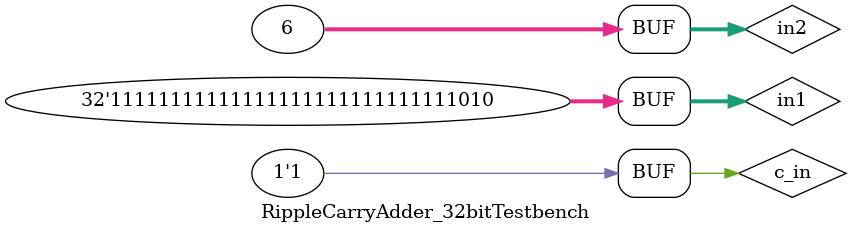
<source format=v>
`timescale 1ns / 1ps

/*
    Assignment Number: 1
    Problem Number: 1 Ripple Carry Adder
    Semester Number: 5
    Group Number: 1 
    Group Members: Animesh Jha(19CS10010), Nisarg Upadhyaya (19CS30031)
*/
////////////////////////////////////////////////////////////////////////////////

module RippleCarryAdder_32bitTestbench;

	// Inputs
	reg [31:0] in1;
	reg [31:0] in2;
	reg c_in;

	// Outputs
	wire [31:0] sum;
	wire c_out;

	// Instantiate the Unit Under Test (UUT)
	RippleCarryAdder_32bit uut (
		.in1(in1), 
		.in2(in2), 
		.c_in(c_in), 
		.sum(sum), 
		.c_out(c_out)
	);

	initial begin
		$monitor ("in1 = %d, in2 = %d, c_in = %d, sum = %d, c_out = %d", in1, in2, c_in, sum, c_out);
		// Initialize Inputs
		in1 = 12345678; in2 = 98765432; c_in = 0;
		#100;
		in1 = 12345678; in2 = 98765432; c_in = 1;
		#100;
		in1 = 4294967290; in2 = 5; c_in = 0;
		#100;
		in1 = 4294967290; in2 = 6; c_in = 0;
		#100;
		in1 = 4294967290; in2 = 6; c_in = 1;
	end
      
endmodule


</source>
